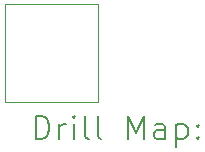
<source format=gbr>
%TF.GenerationSoftware,KiCad,Pcbnew,7.0.9*%
%TF.CreationDate,2025-04-05T19:15:52-04:00*%
%TF.ProjectId,Pneumatactor_WiredPressureSensing,506e6575-6d61-4746-9163-746f725f5769,rev?*%
%TF.SameCoordinates,Original*%
%TF.FileFunction,Drillmap*%
%TF.FilePolarity,Positive*%
%FSLAX45Y45*%
G04 Gerber Fmt 4.5, Leading zero omitted, Abs format (unit mm)*
G04 Created by KiCad (PCBNEW 7.0.9) date 2025-04-05 19:15:52*
%MOMM*%
%LPD*%
G01*
G04 APERTURE LIST*
%ADD10C,0.100000*%
%ADD11C,0.200000*%
G04 APERTURE END LIST*
D10*
X3797300Y-3111500D02*
X4584700Y-3111500D01*
X4584700Y-3937000D01*
X3797300Y-3937000D01*
X3797300Y-3111500D01*
D11*
X4053077Y-4253484D02*
X4053077Y-4053484D01*
X4053077Y-4053484D02*
X4100696Y-4053484D01*
X4100696Y-4053484D02*
X4129267Y-4063008D01*
X4129267Y-4063008D02*
X4148315Y-4082055D01*
X4148315Y-4082055D02*
X4157839Y-4101103D01*
X4157839Y-4101103D02*
X4167362Y-4139198D01*
X4167362Y-4139198D02*
X4167362Y-4167769D01*
X4167362Y-4167769D02*
X4157839Y-4205865D01*
X4157839Y-4205865D02*
X4148315Y-4224912D01*
X4148315Y-4224912D02*
X4129267Y-4243960D01*
X4129267Y-4243960D02*
X4100696Y-4253484D01*
X4100696Y-4253484D02*
X4053077Y-4253484D01*
X4253077Y-4253484D02*
X4253077Y-4120150D01*
X4253077Y-4158246D02*
X4262601Y-4139198D01*
X4262601Y-4139198D02*
X4272124Y-4129674D01*
X4272124Y-4129674D02*
X4291172Y-4120150D01*
X4291172Y-4120150D02*
X4310220Y-4120150D01*
X4376886Y-4253484D02*
X4376886Y-4120150D01*
X4376886Y-4053484D02*
X4367363Y-4063008D01*
X4367363Y-4063008D02*
X4376886Y-4072531D01*
X4376886Y-4072531D02*
X4386410Y-4063008D01*
X4386410Y-4063008D02*
X4376886Y-4053484D01*
X4376886Y-4053484D02*
X4376886Y-4072531D01*
X4500696Y-4253484D02*
X4481648Y-4243960D01*
X4481648Y-4243960D02*
X4472124Y-4224912D01*
X4472124Y-4224912D02*
X4472124Y-4053484D01*
X4605458Y-4253484D02*
X4586410Y-4243960D01*
X4586410Y-4243960D02*
X4576886Y-4224912D01*
X4576886Y-4224912D02*
X4576886Y-4053484D01*
X4834029Y-4253484D02*
X4834029Y-4053484D01*
X4834029Y-4053484D02*
X4900696Y-4196341D01*
X4900696Y-4196341D02*
X4967363Y-4053484D01*
X4967363Y-4053484D02*
X4967363Y-4253484D01*
X5148315Y-4253484D02*
X5148315Y-4148722D01*
X5148315Y-4148722D02*
X5138791Y-4129674D01*
X5138791Y-4129674D02*
X5119744Y-4120150D01*
X5119744Y-4120150D02*
X5081648Y-4120150D01*
X5081648Y-4120150D02*
X5062601Y-4129674D01*
X5148315Y-4243960D02*
X5129267Y-4253484D01*
X5129267Y-4253484D02*
X5081648Y-4253484D01*
X5081648Y-4253484D02*
X5062601Y-4243960D01*
X5062601Y-4243960D02*
X5053077Y-4224912D01*
X5053077Y-4224912D02*
X5053077Y-4205865D01*
X5053077Y-4205865D02*
X5062601Y-4186817D01*
X5062601Y-4186817D02*
X5081648Y-4177293D01*
X5081648Y-4177293D02*
X5129267Y-4177293D01*
X5129267Y-4177293D02*
X5148315Y-4167769D01*
X5243553Y-4120150D02*
X5243553Y-4320150D01*
X5243553Y-4129674D02*
X5262601Y-4120150D01*
X5262601Y-4120150D02*
X5300696Y-4120150D01*
X5300696Y-4120150D02*
X5319744Y-4129674D01*
X5319744Y-4129674D02*
X5329267Y-4139198D01*
X5329267Y-4139198D02*
X5338791Y-4158246D01*
X5338791Y-4158246D02*
X5338791Y-4215389D01*
X5338791Y-4215389D02*
X5329267Y-4234436D01*
X5329267Y-4234436D02*
X5319744Y-4243960D01*
X5319744Y-4243960D02*
X5300696Y-4253484D01*
X5300696Y-4253484D02*
X5262601Y-4253484D01*
X5262601Y-4253484D02*
X5243553Y-4243960D01*
X5424505Y-4234436D02*
X5434029Y-4243960D01*
X5434029Y-4243960D02*
X5424505Y-4253484D01*
X5424505Y-4253484D02*
X5414982Y-4243960D01*
X5414982Y-4243960D02*
X5424505Y-4234436D01*
X5424505Y-4234436D02*
X5424505Y-4253484D01*
X5424505Y-4129674D02*
X5434029Y-4139198D01*
X5434029Y-4139198D02*
X5424505Y-4148722D01*
X5424505Y-4148722D02*
X5414982Y-4139198D01*
X5414982Y-4139198D02*
X5424505Y-4129674D01*
X5424505Y-4129674D02*
X5424505Y-4148722D01*
M02*

</source>
